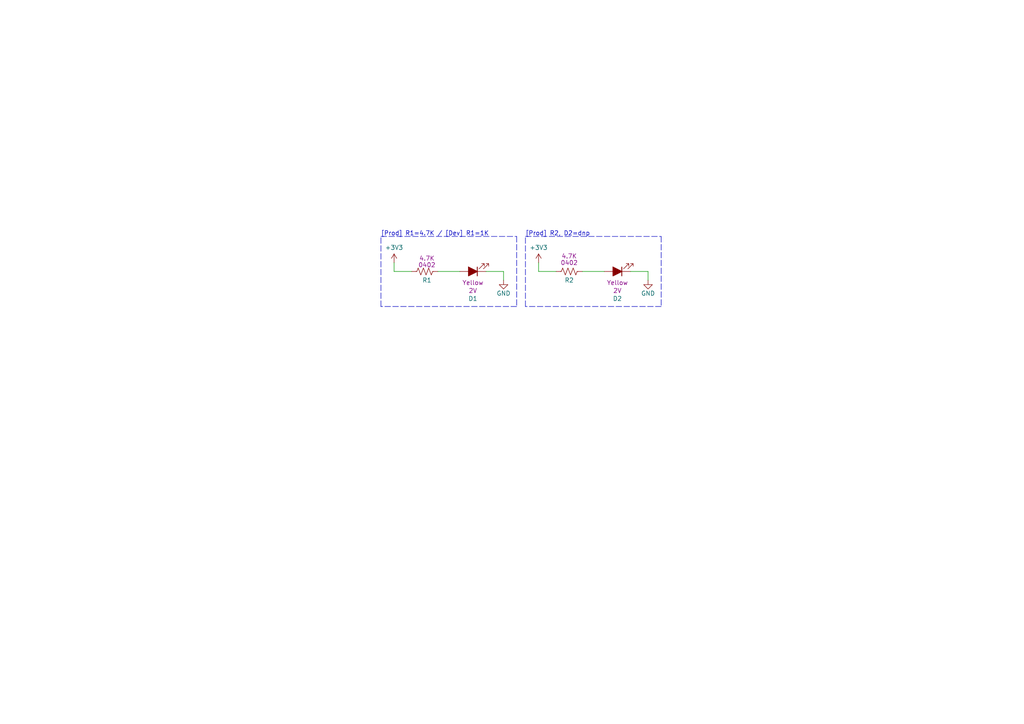
<source format=kicad_sch>
(kicad_sch (version 20211123) (generator eeschema)
  (paper "A4")
  (lib_symbols
    (symbol "Device:LED_ALT" (pin_numbers hide) (pin_names (offset 1.016) hide)
      (property "Reference" "D" (at 0 2.54 0))
      (property "Value" "LED_ALT" (at 0 -2.54 0))
      (symbol "LED_ALT_0_1"
        (polyline (pts (xy -1.27 -1.27) (xy -1.27 1.27)) (stroke (width 0.254)))
        (polyline (pts (xy -1.27 0) (xy 1.27 0)))
        (polyline (pts (xy 1.27 -1.27) (xy 1.27 1.27) (xy -1.27 0) (xy 1.27 -1.27)) (stroke (width 0.254)) (fill (type outline)))
        (polyline (pts (xy -3.048 -0.762) (xy -4.572 -2.286) (xy -3.81 -2.286) (xy -4.572 -2.286) (xy -4.572 -1.524)))
        (polyline (pts (xy -1.778 -0.762) (xy -3.302 -2.286) (xy -2.54 -2.286) (xy -3.302 -2.286) (xy -3.302 -1.524)))
      )
      (symbol "LED_ALT_1_1"
        (pin passive line (at -3.81 0 0) (length 2.54) (name "K") (number "1"))
        (pin passive line (at 3.81 0 180) (length 2.54) (name "A") (number "2"))
      )
    )
    (symbol "Device:R_US" (pin_numbers hide) (pin_names (offset 0))
      (property "Reference" "R" (at 2.54 0 90))
      (property "Value" "R_US" (at -2.54 0 90))
      (symbol "R_US_0_1"
        (polyline (pts (xy 0 -2.286) (xy 0 -2.54)))
        (polyline (pts (xy 0 2.286) (xy 0 2.54)))
        (polyline (pts (xy 0 -0.762) (xy 1.016 -1.143) (xy 0 -1.524) (xy -1.016 -1.905) (xy 0 -2.286)))
        (polyline (pts (xy 0 0.762) (xy 1.016 0.381) (xy 0 0) (xy -1.016 -0.381) (xy 0 -0.762)))
        (polyline (pts (xy 0 2.286) (xy 1.016 1.905) (xy 0 1.524) (xy -1.016 1.143) (xy 0 0.762)))
      )
      (symbol "R_US_1_1"
        (pin passive line (at 0 3.81 270) (length 1.27) (name "~") (number "1"))
        (pin passive line (at 0 -3.81 90) (length 1.27) (name "~") (number "2"))
      )
    )
    (symbol "power:+3.3V" (power) (pin_names (offset 0))
      (property "Value" "+3.3V" (at 0 3.556 0))
      (symbol "+3.3V_0_1"
        (polyline (pts (xy -0.762 1.27) (xy 0 2.54)))
        (polyline (pts (xy 0 0) (xy 0 2.54)))
        (polyline (pts (xy 0 2.54) (xy 0.762 1.27)))
      )
      (symbol "+3.3V_1_1"
        (pin power_in line (at 0 0 90) (length 0) hide (name "+3V3") (number "1"))
      )
    )
    (symbol "power:GND" (power) (pin_names (offset 0))
      (property "Value" "GND" (at 0 -3.81 0))
      (symbol "GND_0_1"
        (polyline (pts (xy 0 0) (xy 0 -1.27) (xy 1.27 -1.27) (xy 0 -2.54) (xy -1.27 -1.27) (xy 0 -1.27)))
      )
      (symbol "GND_1_1"
        (pin power_in line (at 0 0 270) (length 0) hide (name "GND") (number "1"))
      )
    )
  )
  (polyline (pts (xy 152.4 68.58) (xy 191.77 68.58)))
  (wire (pts (xy 127 78.74) (xy 133.35 78.74)))
  (wire (pts (xy 156.21 78.74) (xy 161.29 78.74)))
  (wire (pts (xy 168.91 78.74) (xy 175.26 78.74)))
  (wire (pts (xy 114.3 78.74) (xy 119.38 78.74)))
  (polyline (pts (xy 149.86 88.9) (xy 110.49 88.9)))
  (wire (pts (xy 140.97 78.74) (xy 146.05 78.74)))
  (wire (pts (xy 156.21 76.2) (xy 156.21 78.74)))
  (polyline (pts (xy 152.4 88.9) (xy 152.4 68.58)))
  (polyline (pts (xy 191.77 88.9) (xy 152.4 88.9)))
  (polyline (pts (xy 191.77 68.58) (xy 191.77 88.9)))
  (wire (pts (xy 182.88 78.74) (xy 187.96 78.74)))
  (wire (pts (xy 146.05 78.74) (xy 146.05 81.28)))
  (polyline (pts (xy 149.86 68.58) (xy 149.86 88.9)))
  (wire (pts (xy 114.3 76.2) (xy 114.3 78.74)))
  (polyline (pts (xy 110.49 88.9) (xy 110.49 68.58)))
  (wire (pts (xy 187.96 78.74) (xy 187.96 81.28)))
  (polyline (pts (xy 110.49 68.58) (xy 149.86 68.58)))
  (text "[Prod] R1=4.7K / [Dev] R1=1K" (at 110.49 68.58 0) (effects (font (size 1.27 1.27)) (justify left bottom)))
  (text "[Prod] R2, D2=dnp" (at 152.4 68.58 0) (effects (font (size 1.27 1.27)) (justify left bottom)))
  (symbol (lib_id "Device:R_US") (at 123.19 78.74 270) (unit 1)
    (property "Reference" "R1" (at 123.825 81.28 90))
    (property "Value" "RES-000007-00" (effects hide))
    (property "Footprint" "Resistors:R0402" (effects hide))
    (property "Manufacturer" "Stackpole Electronics Inc" (effects hide))
    (property "Manufacturer Part Number" "RMCF0402FT4K70" (effects hide))
    (property "Resistance (Ohms)" "4.7K" (at 123.825 74.93 90))
    (property "Tolerance (%)" "±1%" (effects hide))
    (property "Package Type" "0402" (at 123.825 76.835 90))
    (property "Power (Watts)" "1/16W" (effects hide))
    (property "DEV:Value" "RES-000045-00" (effects hide))
    (property "DEV:Manufacturer" "Yageo" (effects hide))
    (property "DEV:Manufacturer Part Number" "RC0402FR-071KL" (effects hide))
    (property "DEV:Description" "RES SMD 1K OHM 1% 1/16W 0402" (effects hide))
  )
  (symbol (lib_id "Device:LED_ALT") (at 137.16 78.74 180) (unit 1)
    (property "Reference" "D1" (at 137.16 86.614 0))
    (property "Value" "DIO-000062-00" (effects hide))
    (property "Footprint" "Diodes:LED0603-YELLOW" (effects hide))
    (property "Manufacturer" "Würth Elektronik" (effects hide))
    (property "Manufacturer Part Number" "150060YS75000" (effects hide))
    (property "Part Number" "150060YS75000" (effects hide))
    (property "Forward Voltage (Volt)" "2V" (at 137.16 84.3026 0))
    (property "LED Color" "Yellow" (at 137.16 81.9912 0))
  )
  (symbol (lib_id "power:+3.3V") (at 114.3 76.2 0) (unit 1)
    (property "Reference" "#PWR0101" (effects hide))
    (property "Value" "+3.3V" (at 114.3 71.8058 0))
  )
  (symbol (lib_id "power:GND") (at 146.05 81.28 0) (unit 1)
    (property "Reference" "#PWR0102" (effects hide))
    (property "Value" "GND" (at 146.05 85.09 0))
  )
  (symbol (lib_id "Device:R_US") (at 165.1 78.74 270) (unit 1)
    (property "Reference" "R2" (at 165.1 81.28 90))
    (property "Value" "RES-000007-00" (effects hide))
    (property "Footprint" "Resistors:R0402" (effects hide))
    (property "Manufacturer" "Stackpole Electronics Inc" (effects hide))
    (property "Manufacturer Part Number" "RMCF0402FT4K70" (effects hide))
    (property "Resistance (Ohms)" "4.7K" (at 165.1 74.295 90))
    (property "Tolerance (%)" "±1%" (effects hide))
    (property "Package Type" "0402" (at 165.1 76.2 90))
    (property "Power (Watts)" "1/16W" (effects hide))
    (property "PROD" "dnp" (effects hide))
  )
  (symbol (lib_id "Device:LED_ALT") (at 179.07 78.74 180) (unit 1)
    (property "Reference" "D2" (at 179.07 86.614 0))
    (property "Value" "DIO-000062-00" (effects hide))
    (property "Footprint" "Diodes:LED0603-YELLOW" (effects hide))
    (property "Manufacturer" "Würth Elektronik" (effects hide))
    (property "Manufacturer Part Number" "150060YS75000" (effects hide))
    (property "Part Number" "150060YS75000" (effects hide))
    (property "Forward Voltage (Volt)" "2V" (at 179.07 84.3026 0))
    (property "LED Color" "Yellow" (at 179.07 81.9912 0))
    (property "PROD" "dnp" (effects hide))
  )
  (symbol (lib_id "power:+3.3V") (at 156.21 76.2 0) (unit 1)
    (property "Reference" "#PWR0103" (effects hide))
    (property "Value" "+3.3V" (at 156.21 71.8058 0))
  )
  (symbol (lib_id "power:GND") (at 187.96 81.28 0) (unit 1)
    (property "Reference" "#PWR0104" (effects hide))
    (property "Value" "GND" (at 187.96 85.09 0))
  )
)
</source>
